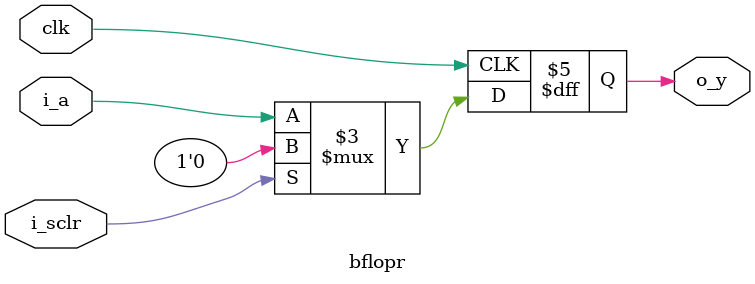
<source format=v>
`ifndef _bflopr
`define _bflopr

module bflopr (
  input wire clk, i_sclr,
  input wire i_a,
  output reg o_y
);
  always @(posedge clk) begin
    if (i_sclr) begin
      o_y <= 1'b0;
    end else begin
      o_y <= i_a;
    end
  end

endmodule

`endif

</source>
